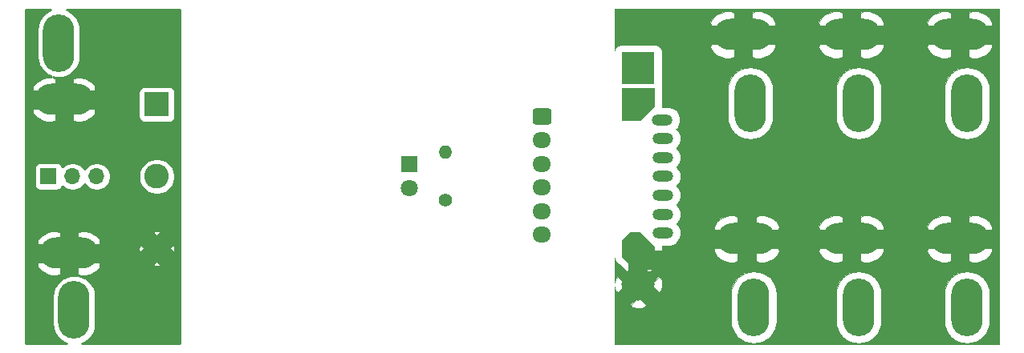
<source format=gbr>
%TF.GenerationSoftware,KiCad,Pcbnew,(5.1.9)-1*%
%TF.CreationDate,2021-04-12T23:16:35+02:00*%
%TF.ProjectId,v1_BMR480,76315f42-4d52-4343-9830-2e6b69636164,rev?*%
%TF.SameCoordinates,Original*%
%TF.FileFunction,Copper,L2,Bot*%
%TF.FilePolarity,Positive*%
%FSLAX46Y46*%
G04 Gerber Fmt 4.6, Leading zero omitted, Abs format (unit mm)*
G04 Created by KiCad (PCBNEW (5.1.9)-1) date 2021-04-12 23:16:35*
%MOMM*%
%LPD*%
G01*
G04 APERTURE LIST*
%TA.AperFunction,ComponentPad*%
%ADD10C,0.100000*%
%TD*%
%TA.AperFunction,ComponentPad*%
%ADD11O,2.200000X1.200000*%
%TD*%
%TA.AperFunction,ComponentPad*%
%ADD12C,3.500001*%
%TD*%
%TA.AperFunction,ComponentPad*%
%ADD13R,3.500000X3.500000*%
%TD*%
%TA.AperFunction,ComponentPad*%
%ADD14R,2.600000X2.600000*%
%TD*%
%TA.AperFunction,ComponentPad*%
%ADD15C,2.600000*%
%TD*%
%TA.AperFunction,ComponentPad*%
%ADD16O,1.400000X1.400000*%
%TD*%
%TA.AperFunction,ComponentPad*%
%ADD17C,1.400000*%
%TD*%
%TA.AperFunction,ComponentPad*%
%ADD18O,1.700000X1.700000*%
%TD*%
%TA.AperFunction,ComponentPad*%
%ADD19R,1.700000X1.700000*%
%TD*%
%TA.AperFunction,ComponentPad*%
%ADD20O,6.096000X3.302000*%
%TD*%
%TA.AperFunction,ComponentPad*%
%ADD21O,3.302000X6.096000*%
%TD*%
%TA.AperFunction,ComponentPad*%
%ADD22O,1.950000X1.700000*%
%TD*%
%TA.AperFunction,ComponentPad*%
%ADD23C,1.800000*%
%TD*%
%TA.AperFunction,ComponentPad*%
%ADD24R,1.800000X1.800000*%
%TD*%
%TA.AperFunction,Conductor*%
%ADD25C,2.000000*%
%TD*%
%TA.AperFunction,Conductor*%
%ADD26C,0.100000*%
%TD*%
%TA.AperFunction,Conductor*%
%ADD27C,0.254000*%
%TD*%
G04 APERTURE END LIST*
%TA.AperFunction,ComponentPad*%
D10*
%TO.P,PS1,5*%
%TO.N,-VOUT*%
G36*
X143760000Y-57630000D02*
G01*
X141760000Y-57630000D01*
X141760000Y-54130000D01*
X145260000Y-54130000D01*
X145260000Y-56130000D01*
X143760000Y-57630000D01*
G37*
%TD.AperFunction*%
D11*
%TO.P,PS1,15*%
%TO.N,SA0*%
X146110000Y-69500000D03*
%TO.P,PS1,14*%
%TO.N,SA1*%
X146110000Y-67500000D03*
%TO.P,PS1,13*%
%TO.N,Net-(J3-Pad5)*%
X146110000Y-65500000D03*
%TO.P,PS1,12*%
%TO.N,Net-(J3-Pad4)*%
X146110000Y-63500000D03*
%TO.P,PS1,11*%
%TO.N,Net-(J3-Pad3)*%
X146110000Y-61500000D03*
%TO.P,PS1,10*%
%TO.N,Net-(J3-Pad2)*%
X146110000Y-59500000D03*
%TO.P,PS1,9*%
%TO.N,Net-(J3-Pad1)*%
X146050000Y-57500000D03*
D12*
%TO.P,PS1,8*%
%TO.N,+VOUT*%
X143510000Y-74930000D03*
D13*
%TO.P,PS1,4*%
%TO.N,-VOUT*%
X143510000Y-52070000D03*
%TA.AperFunction,ComponentPad*%
D10*
%TO.P,PS1,7*%
%TO.N,+VOUT*%
G36*
X145260000Y-70870000D02*
G01*
X145260000Y-71995000D01*
X144385000Y-72870000D01*
X142635000Y-72870000D01*
X141760000Y-71995000D01*
X141760000Y-70245000D01*
X142635000Y-69370000D01*
X143760000Y-69370000D01*
X145260000Y-70870000D01*
G37*
%TD.AperFunction*%
D14*
%TO.P,PS1,3*%
%TO.N,-VIN*%
X92710000Y-55880000D03*
D15*
%TO.P,PS1,2*%
%TO.N,ONOFF_INV*%
X92710000Y-63500000D03*
%TO.P,PS1,1*%
%TO.N,+VIN*%
X92710000Y-71120000D03*
%TD*%
D16*
%TO.P,R1,2*%
%TO.N,Net-(D1-Pad2)*%
X123190000Y-60960000D03*
D17*
%TO.P,R1,1*%
%TO.N,+VOUT*%
X123190000Y-66040000D03*
%TD*%
D18*
%TO.P,J10,3*%
%TO.N,N/C*%
X86360000Y-63500000D03*
%TO.P,J10,2*%
%TO.N,ONOFF_INV*%
X83820000Y-63500000D03*
D19*
%TO.P,J10,1*%
%TO.N,-VIN*%
X81280000Y-63500000D03*
%TD*%
D20*
%TO.P,J9,2*%
%TO.N,+VOUT*%
X177419000Y-70104000D03*
D21*
%TO.P,J9,1*%
%TO.N,-VOUT*%
X178181000Y-77343000D03*
%TD*%
D20*
%TO.P,J8,2*%
%TO.N,+VOUT*%
X177419000Y-48514000D03*
D21*
%TO.P,J8,1*%
%TO.N,-VOUT*%
X178181000Y-55753000D03*
%TD*%
D20*
%TO.P,J7,2*%
%TO.N,+VOUT*%
X154940000Y-70104000D03*
D21*
%TO.P,J7,1*%
%TO.N,-VOUT*%
X155702000Y-77343000D03*
%TD*%
D20*
%TO.P,J6,2*%
%TO.N,+VOUT*%
X165989000Y-48514000D03*
D21*
%TO.P,J6,1*%
%TO.N,-VOUT*%
X166751000Y-55753000D03*
%TD*%
D20*
%TO.P,J5,2*%
%TO.N,+VOUT*%
X154559000Y-48514000D03*
D21*
%TO.P,J5,1*%
%TO.N,-VOUT*%
X155321000Y-55753000D03*
%TD*%
D20*
%TO.P,J4,2*%
%TO.N,+VOUT*%
X165989000Y-70104000D03*
D21*
%TO.P,J4,1*%
%TO.N,-VOUT*%
X166751000Y-77343000D03*
%TD*%
D22*
%TO.P,J3,6*%
%TO.N,SA1*%
X133350000Y-69650000D03*
%TO.P,J3,5*%
%TO.N,Net-(J3-Pad5)*%
X133350000Y-67150000D03*
%TO.P,J3,4*%
%TO.N,Net-(J3-Pad4)*%
X133350000Y-64650000D03*
%TO.P,J3,3*%
%TO.N,Net-(J3-Pad3)*%
X133350000Y-62150000D03*
%TO.P,J3,2*%
%TO.N,Net-(J3-Pad2)*%
X133350000Y-59650000D03*
%TO.P,J3,1*%
%TO.N,Net-(J3-Pad1)*%
%TA.AperFunction,ComponentPad*%
G36*
G01*
X132625000Y-56300000D02*
X134075000Y-56300000D01*
G75*
G02*
X134325000Y-56550000I0J-250000D01*
G01*
X134325000Y-57750000D01*
G75*
G02*
X134075000Y-58000000I-250000J0D01*
G01*
X132625000Y-58000000D01*
G75*
G02*
X132375000Y-57750000I0J250000D01*
G01*
X132375000Y-56550000D01*
G75*
G02*
X132625000Y-56300000I250000J0D01*
G01*
G37*
%TD.AperFunction*%
%TD*%
D21*
%TO.P,J2,1*%
%TO.N,-VIN*%
X83998000Y-77622000D03*
D20*
%TO.P,J2,2*%
%TO.N,+VIN*%
X83439000Y-71628000D03*
%TD*%
D21*
%TO.P,J1,1*%
%TO.N,-VIN*%
X82372000Y-49378000D03*
D20*
%TO.P,J1,2*%
%TO.N,+VIN*%
X82931000Y-55372000D03*
%TD*%
D23*
%TO.P,D1,2*%
%TO.N,Net-(D1-Pad2)*%
X119380000Y-64770000D03*
D24*
%TO.P,D1,1*%
%TO.N,-VOUT*%
X119380000Y-62230000D03*
%TD*%
D25*
%TO.N,+VOUT*%
X143510000Y-71120000D02*
X143510000Y-74930000D01*
X143510000Y-71120000D02*
X144780000Y-72390000D01*
X144780000Y-72390000D02*
X147320000Y-72390000D01*
%TD*%
D26*
%TO.N,+VOUT*%
X181560000Y-81230000D02*
X141020000Y-81230000D01*
X141020000Y-77101959D01*
X142681544Y-77101959D01*
X142911649Y-77369796D01*
X143399127Y-77439648D01*
X143890865Y-77413056D01*
X144108351Y-77369796D01*
X144338456Y-77101959D01*
X143510000Y-76273503D01*
X142681544Y-77101959D01*
X141020000Y-77101959D01*
X141020000Y-75828052D01*
X153301000Y-75828052D01*
X153301000Y-78857949D01*
X153335741Y-79210678D01*
X153473033Y-79663269D01*
X153695983Y-80080378D01*
X153996023Y-80445978D01*
X154361623Y-80746018D01*
X154778732Y-80968967D01*
X155231323Y-81106259D01*
X155702000Y-81152617D01*
X156172678Y-81106259D01*
X156625269Y-80968967D01*
X157042378Y-80746018D01*
X157407978Y-80445978D01*
X157708018Y-80080378D01*
X157930967Y-79663269D01*
X158068259Y-79210678D01*
X158103000Y-78857949D01*
X158103000Y-75828052D01*
X164350000Y-75828052D01*
X164350000Y-78857949D01*
X164384741Y-79210678D01*
X164522033Y-79663269D01*
X164744983Y-80080378D01*
X165045023Y-80445978D01*
X165410623Y-80746018D01*
X165827732Y-80968967D01*
X166280323Y-81106259D01*
X166751000Y-81152617D01*
X167221678Y-81106259D01*
X167674269Y-80968967D01*
X168091378Y-80746018D01*
X168456978Y-80445978D01*
X168757018Y-80080378D01*
X168979967Y-79663269D01*
X169117259Y-79210678D01*
X169152000Y-78857949D01*
X169152000Y-75828052D01*
X175780000Y-75828052D01*
X175780000Y-78857949D01*
X175814741Y-79210678D01*
X175952033Y-79663269D01*
X176174983Y-80080378D01*
X176475023Y-80445978D01*
X176840623Y-80746018D01*
X177257732Y-80968967D01*
X177710323Y-81106259D01*
X178181000Y-81152617D01*
X178651678Y-81106259D01*
X179104269Y-80968967D01*
X179521378Y-80746018D01*
X179886978Y-80445978D01*
X180187018Y-80080378D01*
X180409967Y-79663269D01*
X180547259Y-79210678D01*
X180582000Y-78857949D01*
X180582000Y-75828051D01*
X180547259Y-75475322D01*
X180409967Y-75022731D01*
X180187018Y-74605622D01*
X179886978Y-74240022D01*
X179521377Y-73939982D01*
X179104268Y-73717033D01*
X178651677Y-73579741D01*
X178181000Y-73533383D01*
X177710322Y-73579741D01*
X177257731Y-73717033D01*
X176840622Y-73939982D01*
X176475022Y-74240022D01*
X176174982Y-74605623D01*
X175952033Y-75022732D01*
X175814741Y-75475323D01*
X175780000Y-75828052D01*
X169152000Y-75828052D01*
X169152000Y-75828051D01*
X169117259Y-75475322D01*
X168979967Y-75022731D01*
X168757018Y-74605622D01*
X168456978Y-74240022D01*
X168091377Y-73939982D01*
X167674268Y-73717033D01*
X167221677Y-73579741D01*
X166751000Y-73533383D01*
X166280322Y-73579741D01*
X165827731Y-73717033D01*
X165410622Y-73939982D01*
X165045022Y-74240022D01*
X164744982Y-74605623D01*
X164522033Y-75022732D01*
X164384741Y-75475323D01*
X164350000Y-75828052D01*
X158103000Y-75828052D01*
X158103000Y-75828051D01*
X158068259Y-75475322D01*
X157930967Y-75022731D01*
X157708018Y-74605622D01*
X157407978Y-74240022D01*
X157042377Y-73939982D01*
X156625268Y-73717033D01*
X156172677Y-73579741D01*
X155702000Y-73533383D01*
X155231322Y-73579741D01*
X154778731Y-73717033D01*
X154361622Y-73939982D01*
X153996022Y-74240022D01*
X153695982Y-74605623D01*
X153473033Y-75022732D01*
X153335741Y-75475323D01*
X153301000Y-75828052D01*
X141020000Y-75828052D01*
X141020000Y-75182457D01*
X141026944Y-75310865D01*
X141070204Y-75528351D01*
X141338041Y-75758456D01*
X142166497Y-74930000D01*
X144853503Y-74930000D01*
X145681959Y-75758456D01*
X145949796Y-75528351D01*
X146019648Y-75040873D01*
X145993056Y-74549135D01*
X145949796Y-74331649D01*
X145681959Y-74101544D01*
X144853503Y-74930000D01*
X142166497Y-74930000D01*
X141338041Y-74101544D01*
X141070204Y-74331649D01*
X141020000Y-74682009D01*
X141020000Y-72133376D01*
X141020852Y-72142026D01*
X141063738Y-72283401D01*
X141133380Y-72413694D01*
X141227104Y-72527896D01*
X142102104Y-73402896D01*
X142216306Y-73496620D01*
X142346599Y-73566262D01*
X142487974Y-73609148D01*
X142635000Y-73623629D01*
X144385000Y-73623629D01*
X144532026Y-73609148D01*
X144673401Y-73566262D01*
X144803694Y-73496620D01*
X144917896Y-73402896D01*
X145792896Y-72527896D01*
X145886620Y-72413694D01*
X145956262Y-72283401D01*
X145999148Y-72142026D01*
X146013629Y-71995000D01*
X146013629Y-71387252D01*
X151513698Y-71387252D01*
X151793026Y-71927953D01*
X152182487Y-72234309D01*
X152624232Y-72458799D01*
X153101284Y-72592795D01*
X153595311Y-72631148D01*
X153990000Y-72404351D01*
X153990000Y-71054000D01*
X155890000Y-71054000D01*
X155890000Y-72404351D01*
X156284689Y-72631148D01*
X156778716Y-72592795D01*
X157255768Y-72458799D01*
X157697513Y-72234309D01*
X158086974Y-71927953D01*
X158366302Y-71387252D01*
X162562698Y-71387252D01*
X162842026Y-71927953D01*
X163231487Y-72234309D01*
X163673232Y-72458799D01*
X164150284Y-72592795D01*
X164644311Y-72631148D01*
X165039000Y-72404351D01*
X165039000Y-71054000D01*
X166939000Y-71054000D01*
X166939000Y-72404351D01*
X167333689Y-72631148D01*
X167827716Y-72592795D01*
X168304768Y-72458799D01*
X168746513Y-72234309D01*
X169135974Y-71927953D01*
X169415302Y-71387252D01*
X173992698Y-71387252D01*
X174272026Y-71927953D01*
X174661487Y-72234309D01*
X175103232Y-72458799D01*
X175580284Y-72592795D01*
X176074311Y-72631148D01*
X176469000Y-72404351D01*
X176469000Y-71054000D01*
X178369000Y-71054000D01*
X178369000Y-72404351D01*
X178763689Y-72631148D01*
X179257716Y-72592795D01*
X179734768Y-72458799D01*
X180176513Y-72234309D01*
X180565974Y-71927953D01*
X180845302Y-71387252D01*
X180815270Y-71054000D01*
X178369000Y-71054000D01*
X176469000Y-71054000D01*
X174022730Y-71054000D01*
X173992698Y-71387252D01*
X169415302Y-71387252D01*
X169385270Y-71054000D01*
X166939000Y-71054000D01*
X165039000Y-71054000D01*
X162592730Y-71054000D01*
X162562698Y-71387252D01*
X158366302Y-71387252D01*
X158336270Y-71054000D01*
X155890000Y-71054000D01*
X153990000Y-71054000D01*
X151543730Y-71054000D01*
X151513698Y-71387252D01*
X146013629Y-71387252D01*
X146013629Y-70870000D01*
X146011659Y-70850000D01*
X146676321Y-70850000D01*
X146874646Y-70830467D01*
X147129122Y-70753272D01*
X147363649Y-70627915D01*
X147569213Y-70459213D01*
X147737915Y-70253649D01*
X147863272Y-70019122D01*
X147940467Y-69764646D01*
X147966532Y-69500000D01*
X147940467Y-69235354D01*
X147863272Y-68980878D01*
X147777681Y-68820748D01*
X151513698Y-68820748D01*
X151543730Y-69154000D01*
X153990000Y-69154000D01*
X153990000Y-67803649D01*
X155890000Y-67803649D01*
X155890000Y-69154000D01*
X158336270Y-69154000D01*
X158366302Y-68820748D01*
X162562698Y-68820748D01*
X162592730Y-69154000D01*
X165039000Y-69154000D01*
X165039000Y-67803649D01*
X166939000Y-67803649D01*
X166939000Y-69154000D01*
X169385270Y-69154000D01*
X169415302Y-68820748D01*
X173992698Y-68820748D01*
X174022730Y-69154000D01*
X176469000Y-69154000D01*
X176469000Y-67803649D01*
X178369000Y-67803649D01*
X178369000Y-69154000D01*
X180815270Y-69154000D01*
X180845302Y-68820748D01*
X180565974Y-68280047D01*
X180176513Y-67973691D01*
X179734768Y-67749201D01*
X179257716Y-67615205D01*
X178763689Y-67576852D01*
X178369000Y-67803649D01*
X176469000Y-67803649D01*
X176074311Y-67576852D01*
X175580284Y-67615205D01*
X175103232Y-67749201D01*
X174661487Y-67973691D01*
X174272026Y-68280047D01*
X173992698Y-68820748D01*
X169415302Y-68820748D01*
X169135974Y-68280047D01*
X168746513Y-67973691D01*
X168304768Y-67749201D01*
X167827716Y-67615205D01*
X167333689Y-67576852D01*
X166939000Y-67803649D01*
X165039000Y-67803649D01*
X164644311Y-67576852D01*
X164150284Y-67615205D01*
X163673232Y-67749201D01*
X163231487Y-67973691D01*
X162842026Y-68280047D01*
X162562698Y-68820748D01*
X158366302Y-68820748D01*
X158086974Y-68280047D01*
X157697513Y-67973691D01*
X157255768Y-67749201D01*
X156778716Y-67615205D01*
X156284689Y-67576852D01*
X155890000Y-67803649D01*
X153990000Y-67803649D01*
X153595311Y-67576852D01*
X153101284Y-67615205D01*
X152624232Y-67749201D01*
X152182487Y-67973691D01*
X151793026Y-68280047D01*
X151513698Y-68820748D01*
X147777681Y-68820748D01*
X147737915Y-68746351D01*
X147569213Y-68540787D01*
X147519514Y-68500000D01*
X147569213Y-68459213D01*
X147737915Y-68253649D01*
X147863272Y-68019122D01*
X147940467Y-67764646D01*
X147966532Y-67500000D01*
X147940467Y-67235354D01*
X147863272Y-66980878D01*
X147737915Y-66746351D01*
X147569213Y-66540787D01*
X147519514Y-66500000D01*
X147569213Y-66459213D01*
X147737915Y-66253649D01*
X147863272Y-66019122D01*
X147940467Y-65764646D01*
X147966532Y-65500000D01*
X147940467Y-65235354D01*
X147863272Y-64980878D01*
X147737915Y-64746351D01*
X147569213Y-64540787D01*
X147519514Y-64500000D01*
X147569213Y-64459213D01*
X147737915Y-64253649D01*
X147863272Y-64019122D01*
X147940467Y-63764646D01*
X147966532Y-63500000D01*
X147940467Y-63235354D01*
X147863272Y-62980878D01*
X147737915Y-62746351D01*
X147569213Y-62540787D01*
X147519514Y-62500000D01*
X147569213Y-62459213D01*
X147737915Y-62253649D01*
X147863272Y-62019122D01*
X147940467Y-61764646D01*
X147966532Y-61500000D01*
X147940467Y-61235354D01*
X147863272Y-60980878D01*
X147737915Y-60746351D01*
X147569213Y-60540787D01*
X147519514Y-60500000D01*
X147569213Y-60459213D01*
X147737915Y-60253649D01*
X147863272Y-60019122D01*
X147940467Y-59764646D01*
X147966532Y-59500000D01*
X147940467Y-59235354D01*
X147863272Y-58980878D01*
X147737915Y-58746351D01*
X147569213Y-58540787D01*
X147489514Y-58475380D01*
X147509213Y-58459213D01*
X147677915Y-58253649D01*
X147803272Y-58019122D01*
X147880467Y-57764646D01*
X147906532Y-57500000D01*
X147880467Y-57235354D01*
X147803272Y-56980878D01*
X147677915Y-56746351D01*
X147509213Y-56540787D01*
X147303649Y-56372085D01*
X147069122Y-56246728D01*
X146814646Y-56169533D01*
X146616321Y-56150000D01*
X146011659Y-56150000D01*
X146013629Y-56130000D01*
X146013629Y-54238052D01*
X152920000Y-54238052D01*
X152920000Y-57267949D01*
X152954741Y-57620678D01*
X153092033Y-58073269D01*
X153314983Y-58490378D01*
X153615023Y-58855978D01*
X153980623Y-59156018D01*
X154397732Y-59378967D01*
X154850323Y-59516259D01*
X155321000Y-59562617D01*
X155791678Y-59516259D01*
X156244269Y-59378967D01*
X156661378Y-59156018D01*
X157026978Y-58855978D01*
X157327018Y-58490378D01*
X157549967Y-58073269D01*
X157687259Y-57620678D01*
X157722000Y-57267949D01*
X157722000Y-54238052D01*
X164350000Y-54238052D01*
X164350000Y-57267949D01*
X164384741Y-57620678D01*
X164522033Y-58073269D01*
X164744983Y-58490378D01*
X165045023Y-58855978D01*
X165410623Y-59156018D01*
X165827732Y-59378967D01*
X166280323Y-59516259D01*
X166751000Y-59562617D01*
X167221678Y-59516259D01*
X167674269Y-59378967D01*
X168091378Y-59156018D01*
X168456978Y-58855978D01*
X168757018Y-58490378D01*
X168979967Y-58073269D01*
X169117259Y-57620678D01*
X169152000Y-57267949D01*
X169152000Y-54238052D01*
X175780000Y-54238052D01*
X175780000Y-57267949D01*
X175814741Y-57620678D01*
X175952033Y-58073269D01*
X176174983Y-58490378D01*
X176475023Y-58855978D01*
X176840623Y-59156018D01*
X177257732Y-59378967D01*
X177710323Y-59516259D01*
X178181000Y-59562617D01*
X178651678Y-59516259D01*
X179104269Y-59378967D01*
X179521378Y-59156018D01*
X179886978Y-58855978D01*
X180187018Y-58490378D01*
X180409967Y-58073269D01*
X180547259Y-57620678D01*
X180582000Y-57267949D01*
X180582000Y-54238051D01*
X180547259Y-53885322D01*
X180409967Y-53432731D01*
X180187018Y-53015622D01*
X179886978Y-52650022D01*
X179521377Y-52349982D01*
X179104268Y-52127033D01*
X178651677Y-51989741D01*
X178181000Y-51943383D01*
X177710322Y-51989741D01*
X177257731Y-52127033D01*
X176840622Y-52349982D01*
X176475022Y-52650022D01*
X176174982Y-53015623D01*
X175952033Y-53432732D01*
X175814741Y-53885323D01*
X175780000Y-54238052D01*
X169152000Y-54238052D01*
X169152000Y-54238051D01*
X169117259Y-53885322D01*
X168979967Y-53432731D01*
X168757018Y-53015622D01*
X168456978Y-52650022D01*
X168091377Y-52349982D01*
X167674268Y-52127033D01*
X167221677Y-51989741D01*
X166751000Y-51943383D01*
X166280322Y-51989741D01*
X165827731Y-52127033D01*
X165410622Y-52349982D01*
X165045022Y-52650022D01*
X164744982Y-53015623D01*
X164522033Y-53432732D01*
X164384741Y-53885323D01*
X164350000Y-54238052D01*
X157722000Y-54238052D01*
X157722000Y-54238051D01*
X157687259Y-53885322D01*
X157549967Y-53432731D01*
X157327018Y-53015622D01*
X157026978Y-52650022D01*
X156661377Y-52349982D01*
X156244268Y-52127033D01*
X155791677Y-51989741D01*
X155321000Y-51943383D01*
X154850322Y-51989741D01*
X154397731Y-52127033D01*
X153980622Y-52349982D01*
X153615022Y-52650022D01*
X153314982Y-53015623D01*
X153092033Y-53432732D01*
X152954741Y-53885323D01*
X152920000Y-54238052D01*
X146013629Y-54238052D01*
X146013629Y-54130000D01*
X145999148Y-53982974D01*
X145996729Y-53974998D01*
X145999147Y-53967026D01*
X146013628Y-53820000D01*
X146013628Y-50320000D01*
X145999147Y-50172974D01*
X145956261Y-50031599D01*
X145886619Y-49901307D01*
X145801223Y-49797252D01*
X151132698Y-49797252D01*
X151412026Y-50337953D01*
X151801487Y-50644309D01*
X152243232Y-50868799D01*
X152720284Y-51002795D01*
X153214311Y-51041148D01*
X153609000Y-50814351D01*
X153609000Y-49464000D01*
X155509000Y-49464000D01*
X155509000Y-50814351D01*
X155903689Y-51041148D01*
X156397716Y-51002795D01*
X156874768Y-50868799D01*
X157316513Y-50644309D01*
X157705974Y-50337953D01*
X157985302Y-49797252D01*
X162562698Y-49797252D01*
X162842026Y-50337953D01*
X163231487Y-50644309D01*
X163673232Y-50868799D01*
X164150284Y-51002795D01*
X164644311Y-51041148D01*
X165039000Y-50814351D01*
X165039000Y-49464000D01*
X166939000Y-49464000D01*
X166939000Y-50814351D01*
X167333689Y-51041148D01*
X167827716Y-51002795D01*
X168304768Y-50868799D01*
X168746513Y-50644309D01*
X169135974Y-50337953D01*
X169415302Y-49797252D01*
X173992698Y-49797252D01*
X174272026Y-50337953D01*
X174661487Y-50644309D01*
X175103232Y-50868799D01*
X175580284Y-51002795D01*
X176074311Y-51041148D01*
X176469000Y-50814351D01*
X176469000Y-49464000D01*
X178369000Y-49464000D01*
X178369000Y-50814351D01*
X178763689Y-51041148D01*
X179257716Y-51002795D01*
X179734768Y-50868799D01*
X180176513Y-50644309D01*
X180565974Y-50337953D01*
X180845302Y-49797252D01*
X180815270Y-49464000D01*
X178369000Y-49464000D01*
X176469000Y-49464000D01*
X174022730Y-49464000D01*
X173992698Y-49797252D01*
X169415302Y-49797252D01*
X169385270Y-49464000D01*
X166939000Y-49464000D01*
X165039000Y-49464000D01*
X162592730Y-49464000D01*
X162562698Y-49797252D01*
X157985302Y-49797252D01*
X157955270Y-49464000D01*
X155509000Y-49464000D01*
X153609000Y-49464000D01*
X151162730Y-49464000D01*
X151132698Y-49797252D01*
X145801223Y-49797252D01*
X145792895Y-49787105D01*
X145678693Y-49693381D01*
X145548401Y-49623739D01*
X145407026Y-49580853D01*
X145260000Y-49566372D01*
X141760000Y-49566372D01*
X141612974Y-49580853D01*
X141471599Y-49623739D01*
X141341307Y-49693381D01*
X141227105Y-49787105D01*
X141133381Y-49901307D01*
X141063739Y-50031599D01*
X141020853Y-50172974D01*
X141020000Y-50181635D01*
X141020000Y-47230748D01*
X151132698Y-47230748D01*
X151162730Y-47564000D01*
X153609000Y-47564000D01*
X153609000Y-46213649D01*
X155509000Y-46213649D01*
X155509000Y-47564000D01*
X157955270Y-47564000D01*
X157985302Y-47230748D01*
X162562698Y-47230748D01*
X162592730Y-47564000D01*
X165039000Y-47564000D01*
X165039000Y-46213649D01*
X166939000Y-46213649D01*
X166939000Y-47564000D01*
X169385270Y-47564000D01*
X169415302Y-47230748D01*
X173992698Y-47230748D01*
X174022730Y-47564000D01*
X176469000Y-47564000D01*
X176469000Y-46213649D01*
X178369000Y-46213649D01*
X178369000Y-47564000D01*
X180815270Y-47564000D01*
X180845302Y-47230748D01*
X180565974Y-46690047D01*
X180176513Y-46383691D01*
X179734768Y-46159201D01*
X179257716Y-46025205D01*
X178763689Y-45986852D01*
X178369000Y-46213649D01*
X176469000Y-46213649D01*
X176074311Y-45986852D01*
X175580284Y-46025205D01*
X175103232Y-46159201D01*
X174661487Y-46383691D01*
X174272026Y-46690047D01*
X173992698Y-47230748D01*
X169415302Y-47230748D01*
X169135974Y-46690047D01*
X168746513Y-46383691D01*
X168304768Y-46159201D01*
X167827716Y-46025205D01*
X167333689Y-45986852D01*
X166939000Y-46213649D01*
X165039000Y-46213649D01*
X164644311Y-45986852D01*
X164150284Y-46025205D01*
X163673232Y-46159201D01*
X163231487Y-46383691D01*
X162842026Y-46690047D01*
X162562698Y-47230748D01*
X157985302Y-47230748D01*
X157705974Y-46690047D01*
X157316513Y-46383691D01*
X156874768Y-46159201D01*
X156397716Y-46025205D01*
X155903689Y-45986852D01*
X155509000Y-46213649D01*
X153609000Y-46213649D01*
X153214311Y-45986852D01*
X152720284Y-46025205D01*
X152243232Y-46159201D01*
X151801487Y-46383691D01*
X151412026Y-46690047D01*
X151132698Y-47230748D01*
X141020000Y-47230748D01*
X141020000Y-45770000D01*
X181560000Y-45770000D01*
X181560000Y-81230000D01*
%TA.AperFunction,Conductor*%
G36*
X181560000Y-81230000D02*
G01*
X141020000Y-81230000D01*
X141020000Y-77101959D01*
X142681544Y-77101959D01*
X142911649Y-77369796D01*
X143399127Y-77439648D01*
X143890865Y-77413056D01*
X144108351Y-77369796D01*
X144338456Y-77101959D01*
X143510000Y-76273503D01*
X142681544Y-77101959D01*
X141020000Y-77101959D01*
X141020000Y-75828052D01*
X153301000Y-75828052D01*
X153301000Y-78857949D01*
X153335741Y-79210678D01*
X153473033Y-79663269D01*
X153695983Y-80080378D01*
X153996023Y-80445978D01*
X154361623Y-80746018D01*
X154778732Y-80968967D01*
X155231323Y-81106259D01*
X155702000Y-81152617D01*
X156172678Y-81106259D01*
X156625269Y-80968967D01*
X157042378Y-80746018D01*
X157407978Y-80445978D01*
X157708018Y-80080378D01*
X157930967Y-79663269D01*
X158068259Y-79210678D01*
X158103000Y-78857949D01*
X158103000Y-75828052D01*
X164350000Y-75828052D01*
X164350000Y-78857949D01*
X164384741Y-79210678D01*
X164522033Y-79663269D01*
X164744983Y-80080378D01*
X165045023Y-80445978D01*
X165410623Y-80746018D01*
X165827732Y-80968967D01*
X166280323Y-81106259D01*
X166751000Y-81152617D01*
X167221678Y-81106259D01*
X167674269Y-80968967D01*
X168091378Y-80746018D01*
X168456978Y-80445978D01*
X168757018Y-80080378D01*
X168979967Y-79663269D01*
X169117259Y-79210678D01*
X169152000Y-78857949D01*
X169152000Y-75828052D01*
X175780000Y-75828052D01*
X175780000Y-78857949D01*
X175814741Y-79210678D01*
X175952033Y-79663269D01*
X176174983Y-80080378D01*
X176475023Y-80445978D01*
X176840623Y-80746018D01*
X177257732Y-80968967D01*
X177710323Y-81106259D01*
X178181000Y-81152617D01*
X178651678Y-81106259D01*
X179104269Y-80968967D01*
X179521378Y-80746018D01*
X179886978Y-80445978D01*
X180187018Y-80080378D01*
X180409967Y-79663269D01*
X180547259Y-79210678D01*
X180582000Y-78857949D01*
X180582000Y-75828051D01*
X180547259Y-75475322D01*
X180409967Y-75022731D01*
X180187018Y-74605622D01*
X179886978Y-74240022D01*
X179521377Y-73939982D01*
X179104268Y-73717033D01*
X178651677Y-73579741D01*
X178181000Y-73533383D01*
X177710322Y-73579741D01*
X177257731Y-73717033D01*
X176840622Y-73939982D01*
X176475022Y-74240022D01*
X176174982Y-74605623D01*
X175952033Y-75022732D01*
X175814741Y-75475323D01*
X175780000Y-75828052D01*
X169152000Y-75828052D01*
X169152000Y-75828051D01*
X169117259Y-75475322D01*
X168979967Y-75022731D01*
X168757018Y-74605622D01*
X168456978Y-74240022D01*
X168091377Y-73939982D01*
X167674268Y-73717033D01*
X167221677Y-73579741D01*
X166751000Y-73533383D01*
X166280322Y-73579741D01*
X165827731Y-73717033D01*
X165410622Y-73939982D01*
X165045022Y-74240022D01*
X164744982Y-74605623D01*
X164522033Y-75022732D01*
X164384741Y-75475323D01*
X164350000Y-75828052D01*
X158103000Y-75828052D01*
X158103000Y-75828051D01*
X158068259Y-75475322D01*
X157930967Y-75022731D01*
X157708018Y-74605622D01*
X157407978Y-74240022D01*
X157042377Y-73939982D01*
X156625268Y-73717033D01*
X156172677Y-73579741D01*
X155702000Y-73533383D01*
X155231322Y-73579741D01*
X154778731Y-73717033D01*
X154361622Y-73939982D01*
X153996022Y-74240022D01*
X153695982Y-74605623D01*
X153473033Y-75022732D01*
X153335741Y-75475323D01*
X153301000Y-75828052D01*
X141020000Y-75828052D01*
X141020000Y-75182457D01*
X141026944Y-75310865D01*
X141070204Y-75528351D01*
X141338041Y-75758456D01*
X142166497Y-74930000D01*
X144853503Y-74930000D01*
X145681959Y-75758456D01*
X145949796Y-75528351D01*
X146019648Y-75040873D01*
X145993056Y-74549135D01*
X145949796Y-74331649D01*
X145681959Y-74101544D01*
X144853503Y-74930000D01*
X142166497Y-74930000D01*
X141338041Y-74101544D01*
X141070204Y-74331649D01*
X141020000Y-74682009D01*
X141020000Y-72133376D01*
X141020852Y-72142026D01*
X141063738Y-72283401D01*
X141133380Y-72413694D01*
X141227104Y-72527896D01*
X142102104Y-73402896D01*
X142216306Y-73496620D01*
X142346599Y-73566262D01*
X142487974Y-73609148D01*
X142635000Y-73623629D01*
X144385000Y-73623629D01*
X144532026Y-73609148D01*
X144673401Y-73566262D01*
X144803694Y-73496620D01*
X144917896Y-73402896D01*
X145792896Y-72527896D01*
X145886620Y-72413694D01*
X145956262Y-72283401D01*
X145999148Y-72142026D01*
X146013629Y-71995000D01*
X146013629Y-71387252D01*
X151513698Y-71387252D01*
X151793026Y-71927953D01*
X152182487Y-72234309D01*
X152624232Y-72458799D01*
X153101284Y-72592795D01*
X153595311Y-72631148D01*
X153990000Y-72404351D01*
X153990000Y-71054000D01*
X155890000Y-71054000D01*
X155890000Y-72404351D01*
X156284689Y-72631148D01*
X156778716Y-72592795D01*
X157255768Y-72458799D01*
X157697513Y-72234309D01*
X158086974Y-71927953D01*
X158366302Y-71387252D01*
X162562698Y-71387252D01*
X162842026Y-71927953D01*
X163231487Y-72234309D01*
X163673232Y-72458799D01*
X164150284Y-72592795D01*
X164644311Y-72631148D01*
X165039000Y-72404351D01*
X165039000Y-71054000D01*
X166939000Y-71054000D01*
X166939000Y-72404351D01*
X167333689Y-72631148D01*
X167827716Y-72592795D01*
X168304768Y-72458799D01*
X168746513Y-72234309D01*
X169135974Y-71927953D01*
X169415302Y-71387252D01*
X173992698Y-71387252D01*
X174272026Y-71927953D01*
X174661487Y-72234309D01*
X175103232Y-72458799D01*
X175580284Y-72592795D01*
X176074311Y-72631148D01*
X176469000Y-72404351D01*
X176469000Y-71054000D01*
X178369000Y-71054000D01*
X178369000Y-72404351D01*
X178763689Y-72631148D01*
X179257716Y-72592795D01*
X179734768Y-72458799D01*
X180176513Y-72234309D01*
X180565974Y-71927953D01*
X180845302Y-71387252D01*
X180815270Y-71054000D01*
X178369000Y-71054000D01*
X176469000Y-71054000D01*
X174022730Y-71054000D01*
X173992698Y-71387252D01*
X169415302Y-71387252D01*
X169385270Y-71054000D01*
X166939000Y-71054000D01*
X165039000Y-71054000D01*
X162592730Y-71054000D01*
X162562698Y-71387252D01*
X158366302Y-71387252D01*
X158336270Y-71054000D01*
X155890000Y-71054000D01*
X153990000Y-71054000D01*
X151543730Y-71054000D01*
X151513698Y-71387252D01*
X146013629Y-71387252D01*
X146013629Y-70870000D01*
X146011659Y-70850000D01*
X146676321Y-70850000D01*
X146874646Y-70830467D01*
X147129122Y-70753272D01*
X147363649Y-70627915D01*
X147569213Y-70459213D01*
X147737915Y-70253649D01*
X147863272Y-70019122D01*
X147940467Y-69764646D01*
X147966532Y-69500000D01*
X147940467Y-69235354D01*
X147863272Y-68980878D01*
X147777681Y-68820748D01*
X151513698Y-68820748D01*
X151543730Y-69154000D01*
X153990000Y-69154000D01*
X153990000Y-67803649D01*
X155890000Y-67803649D01*
X155890000Y-69154000D01*
X158336270Y-69154000D01*
X158366302Y-68820748D01*
X162562698Y-68820748D01*
X162592730Y-69154000D01*
X165039000Y-69154000D01*
X165039000Y-67803649D01*
X166939000Y-67803649D01*
X166939000Y-69154000D01*
X169385270Y-69154000D01*
X169415302Y-68820748D01*
X173992698Y-68820748D01*
X174022730Y-69154000D01*
X176469000Y-69154000D01*
X176469000Y-67803649D01*
X178369000Y-67803649D01*
X178369000Y-69154000D01*
X180815270Y-69154000D01*
X180845302Y-68820748D01*
X180565974Y-68280047D01*
X180176513Y-67973691D01*
X179734768Y-67749201D01*
X179257716Y-67615205D01*
X178763689Y-67576852D01*
X178369000Y-67803649D01*
X176469000Y-67803649D01*
X176074311Y-67576852D01*
X175580284Y-67615205D01*
X175103232Y-67749201D01*
X174661487Y-67973691D01*
X174272026Y-68280047D01*
X173992698Y-68820748D01*
X169415302Y-68820748D01*
X169135974Y-68280047D01*
X168746513Y-67973691D01*
X168304768Y-67749201D01*
X167827716Y-67615205D01*
X167333689Y-67576852D01*
X166939000Y-67803649D01*
X165039000Y-67803649D01*
X164644311Y-67576852D01*
X164150284Y-67615205D01*
X163673232Y-67749201D01*
X163231487Y-67973691D01*
X162842026Y-68280047D01*
X162562698Y-68820748D01*
X158366302Y-68820748D01*
X158086974Y-68280047D01*
X157697513Y-67973691D01*
X157255768Y-67749201D01*
X156778716Y-67615205D01*
X156284689Y-67576852D01*
X155890000Y-67803649D01*
X153990000Y-67803649D01*
X153595311Y-67576852D01*
X153101284Y-67615205D01*
X152624232Y-67749201D01*
X152182487Y-67973691D01*
X151793026Y-68280047D01*
X151513698Y-68820748D01*
X147777681Y-68820748D01*
X147737915Y-68746351D01*
X147569213Y-68540787D01*
X147519514Y-68500000D01*
X147569213Y-68459213D01*
X147737915Y-68253649D01*
X147863272Y-68019122D01*
X147940467Y-67764646D01*
X147966532Y-67500000D01*
X147940467Y-67235354D01*
X147863272Y-66980878D01*
X147737915Y-66746351D01*
X147569213Y-66540787D01*
X147519514Y-66500000D01*
X147569213Y-66459213D01*
X147737915Y-66253649D01*
X147863272Y-66019122D01*
X147940467Y-65764646D01*
X147966532Y-65500000D01*
X147940467Y-65235354D01*
X147863272Y-64980878D01*
X147737915Y-64746351D01*
X147569213Y-64540787D01*
X147519514Y-64500000D01*
X147569213Y-64459213D01*
X147737915Y-64253649D01*
X147863272Y-64019122D01*
X147940467Y-63764646D01*
X147966532Y-63500000D01*
X147940467Y-63235354D01*
X147863272Y-62980878D01*
X147737915Y-62746351D01*
X147569213Y-62540787D01*
X147519514Y-62500000D01*
X147569213Y-62459213D01*
X147737915Y-62253649D01*
X147863272Y-62019122D01*
X147940467Y-61764646D01*
X147966532Y-61500000D01*
X147940467Y-61235354D01*
X147863272Y-60980878D01*
X147737915Y-60746351D01*
X147569213Y-60540787D01*
X147519514Y-60500000D01*
X147569213Y-60459213D01*
X147737915Y-60253649D01*
X147863272Y-60019122D01*
X147940467Y-59764646D01*
X147966532Y-59500000D01*
X147940467Y-59235354D01*
X147863272Y-58980878D01*
X147737915Y-58746351D01*
X147569213Y-58540787D01*
X147489514Y-58475380D01*
X147509213Y-58459213D01*
X147677915Y-58253649D01*
X147803272Y-58019122D01*
X147880467Y-57764646D01*
X147906532Y-57500000D01*
X147880467Y-57235354D01*
X147803272Y-56980878D01*
X147677915Y-56746351D01*
X147509213Y-56540787D01*
X147303649Y-56372085D01*
X147069122Y-56246728D01*
X146814646Y-56169533D01*
X146616321Y-56150000D01*
X146011659Y-56150000D01*
X146013629Y-56130000D01*
X146013629Y-54238052D01*
X152920000Y-54238052D01*
X152920000Y-57267949D01*
X152954741Y-57620678D01*
X153092033Y-58073269D01*
X153314983Y-58490378D01*
X153615023Y-58855978D01*
X153980623Y-59156018D01*
X154397732Y-59378967D01*
X154850323Y-59516259D01*
X155321000Y-59562617D01*
X155791678Y-59516259D01*
X156244269Y-59378967D01*
X156661378Y-59156018D01*
X157026978Y-58855978D01*
X157327018Y-58490378D01*
X157549967Y-58073269D01*
X157687259Y-57620678D01*
X157722000Y-57267949D01*
X157722000Y-54238052D01*
X164350000Y-54238052D01*
X164350000Y-57267949D01*
X164384741Y-57620678D01*
X164522033Y-58073269D01*
X164744983Y-58490378D01*
X165045023Y-58855978D01*
X165410623Y-59156018D01*
X165827732Y-59378967D01*
X166280323Y-59516259D01*
X166751000Y-59562617D01*
X167221678Y-59516259D01*
X167674269Y-59378967D01*
X168091378Y-59156018D01*
X168456978Y-58855978D01*
X168757018Y-58490378D01*
X168979967Y-58073269D01*
X169117259Y-57620678D01*
X169152000Y-57267949D01*
X169152000Y-54238052D01*
X175780000Y-54238052D01*
X175780000Y-57267949D01*
X175814741Y-57620678D01*
X175952033Y-58073269D01*
X176174983Y-58490378D01*
X176475023Y-58855978D01*
X176840623Y-59156018D01*
X177257732Y-59378967D01*
X177710323Y-59516259D01*
X178181000Y-59562617D01*
X178651678Y-59516259D01*
X179104269Y-59378967D01*
X179521378Y-59156018D01*
X179886978Y-58855978D01*
X180187018Y-58490378D01*
X180409967Y-58073269D01*
X180547259Y-57620678D01*
X180582000Y-57267949D01*
X180582000Y-54238051D01*
X180547259Y-53885322D01*
X180409967Y-53432731D01*
X180187018Y-53015622D01*
X179886978Y-52650022D01*
X179521377Y-52349982D01*
X179104268Y-52127033D01*
X178651677Y-51989741D01*
X178181000Y-51943383D01*
X177710322Y-51989741D01*
X177257731Y-52127033D01*
X176840622Y-52349982D01*
X176475022Y-52650022D01*
X176174982Y-53015623D01*
X175952033Y-53432732D01*
X175814741Y-53885323D01*
X175780000Y-54238052D01*
X169152000Y-54238052D01*
X169152000Y-54238051D01*
X169117259Y-53885322D01*
X168979967Y-53432731D01*
X168757018Y-53015622D01*
X168456978Y-52650022D01*
X168091377Y-52349982D01*
X167674268Y-52127033D01*
X167221677Y-51989741D01*
X166751000Y-51943383D01*
X166280322Y-51989741D01*
X165827731Y-52127033D01*
X165410622Y-52349982D01*
X165045022Y-52650022D01*
X164744982Y-53015623D01*
X164522033Y-53432732D01*
X164384741Y-53885323D01*
X164350000Y-54238052D01*
X157722000Y-54238052D01*
X157722000Y-54238051D01*
X157687259Y-53885322D01*
X157549967Y-53432731D01*
X157327018Y-53015622D01*
X157026978Y-52650022D01*
X156661377Y-52349982D01*
X156244268Y-52127033D01*
X155791677Y-51989741D01*
X155321000Y-51943383D01*
X154850322Y-51989741D01*
X154397731Y-52127033D01*
X153980622Y-52349982D01*
X153615022Y-52650022D01*
X153314982Y-53015623D01*
X153092033Y-53432732D01*
X152954741Y-53885323D01*
X152920000Y-54238052D01*
X146013629Y-54238052D01*
X146013629Y-54130000D01*
X145999148Y-53982974D01*
X145996729Y-53974998D01*
X145999147Y-53967026D01*
X146013628Y-53820000D01*
X146013628Y-50320000D01*
X145999147Y-50172974D01*
X145956261Y-50031599D01*
X145886619Y-49901307D01*
X145801223Y-49797252D01*
X151132698Y-49797252D01*
X151412026Y-50337953D01*
X151801487Y-50644309D01*
X152243232Y-50868799D01*
X152720284Y-51002795D01*
X153214311Y-51041148D01*
X153609000Y-50814351D01*
X153609000Y-49464000D01*
X155509000Y-49464000D01*
X155509000Y-50814351D01*
X155903689Y-51041148D01*
X156397716Y-51002795D01*
X156874768Y-50868799D01*
X157316513Y-50644309D01*
X157705974Y-50337953D01*
X157985302Y-49797252D01*
X162562698Y-49797252D01*
X162842026Y-50337953D01*
X163231487Y-50644309D01*
X163673232Y-50868799D01*
X164150284Y-51002795D01*
X164644311Y-51041148D01*
X165039000Y-50814351D01*
X165039000Y-49464000D01*
X166939000Y-49464000D01*
X166939000Y-50814351D01*
X167333689Y-51041148D01*
X167827716Y-51002795D01*
X168304768Y-50868799D01*
X168746513Y-50644309D01*
X169135974Y-50337953D01*
X169415302Y-49797252D01*
X173992698Y-49797252D01*
X174272026Y-50337953D01*
X174661487Y-50644309D01*
X175103232Y-50868799D01*
X175580284Y-51002795D01*
X176074311Y-51041148D01*
X176469000Y-50814351D01*
X176469000Y-49464000D01*
X178369000Y-49464000D01*
X178369000Y-50814351D01*
X178763689Y-51041148D01*
X179257716Y-51002795D01*
X179734768Y-50868799D01*
X180176513Y-50644309D01*
X180565974Y-50337953D01*
X180845302Y-49797252D01*
X180815270Y-49464000D01*
X178369000Y-49464000D01*
X176469000Y-49464000D01*
X174022730Y-49464000D01*
X173992698Y-49797252D01*
X169415302Y-49797252D01*
X169385270Y-49464000D01*
X166939000Y-49464000D01*
X165039000Y-49464000D01*
X162592730Y-49464000D01*
X162562698Y-49797252D01*
X157985302Y-49797252D01*
X157955270Y-49464000D01*
X155509000Y-49464000D01*
X153609000Y-49464000D01*
X151162730Y-49464000D01*
X151132698Y-49797252D01*
X145801223Y-49797252D01*
X145792895Y-49787105D01*
X145678693Y-49693381D01*
X145548401Y-49623739D01*
X145407026Y-49580853D01*
X145260000Y-49566372D01*
X141760000Y-49566372D01*
X141612974Y-49580853D01*
X141471599Y-49623739D01*
X141341307Y-49693381D01*
X141227105Y-49787105D01*
X141133381Y-49901307D01*
X141063739Y-50031599D01*
X141020853Y-50172974D01*
X141020000Y-50181635D01*
X141020000Y-47230748D01*
X151132698Y-47230748D01*
X151162730Y-47564000D01*
X153609000Y-47564000D01*
X153609000Y-46213649D01*
X155509000Y-46213649D01*
X155509000Y-47564000D01*
X157955270Y-47564000D01*
X157985302Y-47230748D01*
X162562698Y-47230748D01*
X162592730Y-47564000D01*
X165039000Y-47564000D01*
X165039000Y-46213649D01*
X166939000Y-46213649D01*
X166939000Y-47564000D01*
X169385270Y-47564000D01*
X169415302Y-47230748D01*
X173992698Y-47230748D01*
X174022730Y-47564000D01*
X176469000Y-47564000D01*
X176469000Y-46213649D01*
X178369000Y-46213649D01*
X178369000Y-47564000D01*
X180815270Y-47564000D01*
X180845302Y-47230748D01*
X180565974Y-46690047D01*
X180176513Y-46383691D01*
X179734768Y-46159201D01*
X179257716Y-46025205D01*
X178763689Y-45986852D01*
X178369000Y-46213649D01*
X176469000Y-46213649D01*
X176074311Y-45986852D01*
X175580284Y-46025205D01*
X175103232Y-46159201D01*
X174661487Y-46383691D01*
X174272026Y-46690047D01*
X173992698Y-47230748D01*
X169415302Y-47230748D01*
X169135974Y-46690047D01*
X168746513Y-46383691D01*
X168304768Y-46159201D01*
X167827716Y-46025205D01*
X167333689Y-45986852D01*
X166939000Y-46213649D01*
X165039000Y-46213649D01*
X164644311Y-45986852D01*
X164150284Y-46025205D01*
X163673232Y-46159201D01*
X163231487Y-46383691D01*
X162842026Y-46690047D01*
X162562698Y-47230748D01*
X157985302Y-47230748D01*
X157705974Y-46690047D01*
X157316513Y-46383691D01*
X156874768Y-46159201D01*
X156397716Y-46025205D01*
X155903689Y-45986852D01*
X155509000Y-46213649D01*
X153609000Y-46213649D01*
X153214311Y-45986852D01*
X152720284Y-46025205D01*
X152243232Y-46159201D01*
X151801487Y-46383691D01*
X151412026Y-46690047D01*
X151132698Y-47230748D01*
X141020000Y-47230748D01*
X141020000Y-45770000D01*
X181560000Y-45770000D01*
X181560000Y-81230000D01*
G37*
%TD.AperFunction*%
%TD*%
D27*
%TO.N,+VIN*%
X81492954Y-45858793D02*
X81095823Y-46071064D01*
X80747734Y-46356733D01*
X80462065Y-46704822D01*
X80249793Y-47101953D01*
X80119077Y-47532866D01*
X80086000Y-47868705D01*
X80086000Y-50887294D01*
X80119077Y-51223133D01*
X80249793Y-51654046D01*
X80462064Y-52051177D01*
X80747733Y-52399267D01*
X81095822Y-52684936D01*
X81492953Y-52897207D01*
X81625755Y-52937492D01*
X81200489Y-52954039D01*
X80735177Y-53065564D01*
X80300563Y-53265724D01*
X79913349Y-53546827D01*
X79588416Y-53898071D01*
X79583840Y-54179243D01*
X79594138Y-54499000D01*
X82058000Y-54499000D01*
X82058000Y-53146806D01*
X83804000Y-53146806D01*
X83804000Y-54499000D01*
X86267862Y-54499000D01*
X86278160Y-54179243D01*
X86273584Y-53898071D01*
X85948651Y-53546827D01*
X85561437Y-53265724D01*
X85126823Y-53065564D01*
X84661511Y-52954039D01*
X84183382Y-52935435D01*
X83804000Y-53146806D01*
X82058000Y-53146806D01*
X81749906Y-52975153D01*
X81923866Y-53027923D01*
X82372000Y-53072060D01*
X82820133Y-53027923D01*
X83251046Y-52897207D01*
X83648177Y-52684936D01*
X83996267Y-52399267D01*
X84281936Y-52051178D01*
X84494207Y-51654047D01*
X84624923Y-51223134D01*
X84658000Y-50887295D01*
X84658000Y-47868705D01*
X84624923Y-47532866D01*
X84494207Y-47101953D01*
X84281936Y-46704822D01*
X83996267Y-46356733D01*
X83648178Y-46071064D01*
X83251047Y-45858793D01*
X83212171Y-45847000D01*
X95123000Y-45847000D01*
X95123000Y-81153000D01*
X84838171Y-81153000D01*
X84877047Y-81141207D01*
X85274178Y-80928936D01*
X85622267Y-80643267D01*
X85907936Y-80295178D01*
X86120207Y-79898047D01*
X86250923Y-79467134D01*
X86284000Y-79131295D01*
X86284000Y-76112705D01*
X86250923Y-75776866D01*
X86120207Y-75345953D01*
X85907936Y-74948822D01*
X85622267Y-74600733D01*
X85274177Y-74315064D01*
X84877046Y-74102793D01*
X84744245Y-74062508D01*
X85169511Y-74045961D01*
X85634823Y-73934436D01*
X86069437Y-73734276D01*
X86456651Y-73453173D01*
X86781584Y-73101929D01*
X86785867Y-72838732D01*
X92225877Y-72838732D01*
X92395077Y-73038690D01*
X92775446Y-73063262D01*
X93024923Y-73038690D01*
X93194123Y-72838732D01*
X92710000Y-72354608D01*
X92225877Y-72838732D01*
X86785867Y-72838732D01*
X86786160Y-72820757D01*
X86775862Y-72501000D01*
X84312000Y-72501000D01*
X84312000Y-73853194D01*
X84620095Y-74024848D01*
X84446133Y-73972077D01*
X83998000Y-73927940D01*
X83549866Y-73972077D01*
X83118953Y-74102793D01*
X82721822Y-74315064D01*
X82373733Y-74600733D01*
X82088064Y-74948823D01*
X81875793Y-75345954D01*
X81745077Y-75776867D01*
X81712000Y-76112706D01*
X81712000Y-79131295D01*
X81745077Y-79467134D01*
X81875793Y-79898047D01*
X82088065Y-80295178D01*
X82373734Y-80643267D01*
X82721823Y-80928936D01*
X83118954Y-81141207D01*
X83157830Y-81153000D01*
X78867000Y-81153000D01*
X78867000Y-72820757D01*
X80091840Y-72820757D01*
X80096416Y-73101929D01*
X80421349Y-73453173D01*
X80808563Y-73734276D01*
X81243177Y-73934436D01*
X81708489Y-74045961D01*
X82186618Y-74064565D01*
X82566000Y-73853194D01*
X82566000Y-72501000D01*
X80102138Y-72501000D01*
X80091840Y-72820757D01*
X78867000Y-72820757D01*
X78867000Y-71185446D01*
X90766738Y-71185446D01*
X90791310Y-71434923D01*
X90991268Y-71604123D01*
X91475392Y-71120000D01*
X93944608Y-71120000D01*
X94428732Y-71604123D01*
X94628690Y-71434923D01*
X94653262Y-71054554D01*
X94628690Y-70805077D01*
X94428732Y-70635877D01*
X93944608Y-71120000D01*
X91475392Y-71120000D01*
X90991268Y-70635877D01*
X90791310Y-70805077D01*
X90766738Y-71185446D01*
X78867000Y-71185446D01*
X78867000Y-70435243D01*
X80091840Y-70435243D01*
X80102138Y-70755000D01*
X82566000Y-70755000D01*
X82566000Y-69402806D01*
X84312000Y-69402806D01*
X84312000Y-70755000D01*
X86775862Y-70755000D01*
X86786160Y-70435243D01*
X86781584Y-70154071D01*
X86456651Y-69802827D01*
X86069437Y-69521724D01*
X85807887Y-69401268D01*
X92225877Y-69401268D01*
X92710000Y-69885392D01*
X93194123Y-69401268D01*
X93024923Y-69201310D01*
X92644554Y-69176738D01*
X92395077Y-69201310D01*
X92225877Y-69401268D01*
X85807887Y-69401268D01*
X85634823Y-69321564D01*
X85169511Y-69210039D01*
X84691382Y-69191435D01*
X84312000Y-69402806D01*
X82566000Y-69402806D01*
X82186618Y-69191435D01*
X81708489Y-69210039D01*
X81243177Y-69321564D01*
X80808563Y-69521724D01*
X80421349Y-69802827D01*
X80096416Y-70154071D01*
X80091840Y-70435243D01*
X78867000Y-70435243D01*
X78867000Y-62650000D01*
X79791928Y-62650000D01*
X79791928Y-64350000D01*
X79804188Y-64474482D01*
X79840498Y-64594180D01*
X79899463Y-64704494D01*
X79978815Y-64801185D01*
X80075506Y-64880537D01*
X80185820Y-64939502D01*
X80305518Y-64975812D01*
X80430000Y-64988072D01*
X82130000Y-64988072D01*
X82254482Y-64975812D01*
X82374180Y-64939502D01*
X82484494Y-64880537D01*
X82581185Y-64801185D01*
X82660537Y-64704494D01*
X82719502Y-64594180D01*
X82741513Y-64521620D01*
X82873368Y-64653475D01*
X83116589Y-64815990D01*
X83386842Y-64927932D01*
X83673740Y-64985000D01*
X83966260Y-64985000D01*
X84253158Y-64927932D01*
X84523411Y-64815990D01*
X84766632Y-64653475D01*
X84973475Y-64446632D01*
X85090000Y-64272240D01*
X85206525Y-64446632D01*
X85413368Y-64653475D01*
X85656589Y-64815990D01*
X85926842Y-64927932D01*
X86213740Y-64985000D01*
X86506260Y-64985000D01*
X86793158Y-64927932D01*
X87063411Y-64815990D01*
X87306632Y-64653475D01*
X87513475Y-64446632D01*
X87675990Y-64203411D01*
X87787932Y-63933158D01*
X87845000Y-63646260D01*
X87845000Y-63353740D01*
X87836184Y-63309419D01*
X90775000Y-63309419D01*
X90775000Y-63690581D01*
X90849361Y-64064419D01*
X90995225Y-64416566D01*
X91206987Y-64733491D01*
X91476509Y-65003013D01*
X91793434Y-65214775D01*
X92145581Y-65360639D01*
X92519419Y-65435000D01*
X92900581Y-65435000D01*
X93274419Y-65360639D01*
X93626566Y-65214775D01*
X93943491Y-65003013D01*
X94213013Y-64733491D01*
X94424775Y-64416566D01*
X94570639Y-64064419D01*
X94645000Y-63690581D01*
X94645000Y-63309419D01*
X94570639Y-62935581D01*
X94424775Y-62583434D01*
X94213013Y-62266509D01*
X93943491Y-61996987D01*
X93626566Y-61785225D01*
X93274419Y-61639361D01*
X92900581Y-61565000D01*
X92519419Y-61565000D01*
X92145581Y-61639361D01*
X91793434Y-61785225D01*
X91476509Y-61996987D01*
X91206987Y-62266509D01*
X90995225Y-62583434D01*
X90849361Y-62935581D01*
X90775000Y-63309419D01*
X87836184Y-63309419D01*
X87787932Y-63066842D01*
X87675990Y-62796589D01*
X87513475Y-62553368D01*
X87306632Y-62346525D01*
X87063411Y-62184010D01*
X86793158Y-62072068D01*
X86506260Y-62015000D01*
X86213740Y-62015000D01*
X85926842Y-62072068D01*
X85656589Y-62184010D01*
X85413368Y-62346525D01*
X85206525Y-62553368D01*
X85090000Y-62727760D01*
X84973475Y-62553368D01*
X84766632Y-62346525D01*
X84523411Y-62184010D01*
X84253158Y-62072068D01*
X83966260Y-62015000D01*
X83673740Y-62015000D01*
X83386842Y-62072068D01*
X83116589Y-62184010D01*
X82873368Y-62346525D01*
X82741513Y-62478380D01*
X82719502Y-62405820D01*
X82660537Y-62295506D01*
X82581185Y-62198815D01*
X82484494Y-62119463D01*
X82374180Y-62060498D01*
X82254482Y-62024188D01*
X82130000Y-62011928D01*
X80430000Y-62011928D01*
X80305518Y-62024188D01*
X80185820Y-62060498D01*
X80075506Y-62119463D01*
X79978815Y-62198815D01*
X79899463Y-62295506D01*
X79840498Y-62405820D01*
X79804188Y-62525518D01*
X79791928Y-62650000D01*
X78867000Y-62650000D01*
X78867000Y-56564757D01*
X79583840Y-56564757D01*
X79588416Y-56845929D01*
X79913349Y-57197173D01*
X80300563Y-57478276D01*
X80735177Y-57678436D01*
X81200489Y-57789961D01*
X81678618Y-57808565D01*
X82058000Y-57597194D01*
X82058000Y-56245000D01*
X83804000Y-56245000D01*
X83804000Y-57597194D01*
X84183382Y-57808565D01*
X84661511Y-57789961D01*
X85126823Y-57678436D01*
X85561437Y-57478276D01*
X85948651Y-57197173D01*
X86273584Y-56845929D01*
X86278160Y-56564757D01*
X86267862Y-56245000D01*
X83804000Y-56245000D01*
X82058000Y-56245000D01*
X79594138Y-56245000D01*
X79583840Y-56564757D01*
X78867000Y-56564757D01*
X78867000Y-54580000D01*
X90771928Y-54580000D01*
X90771928Y-57180000D01*
X90784188Y-57304482D01*
X90820498Y-57424180D01*
X90879463Y-57534494D01*
X90958815Y-57631185D01*
X91055506Y-57710537D01*
X91165820Y-57769502D01*
X91285518Y-57805812D01*
X91410000Y-57818072D01*
X94010000Y-57818072D01*
X94134482Y-57805812D01*
X94254180Y-57769502D01*
X94364494Y-57710537D01*
X94461185Y-57631185D01*
X94540537Y-57534494D01*
X94599502Y-57424180D01*
X94635812Y-57304482D01*
X94648072Y-57180000D01*
X94648072Y-54580000D01*
X94635812Y-54455518D01*
X94599502Y-54335820D01*
X94540537Y-54225506D01*
X94461185Y-54128815D01*
X94364494Y-54049463D01*
X94254180Y-53990498D01*
X94134482Y-53954188D01*
X94010000Y-53941928D01*
X91410000Y-53941928D01*
X91285518Y-53954188D01*
X91165820Y-53990498D01*
X91055506Y-54049463D01*
X90958815Y-54128815D01*
X90879463Y-54225506D01*
X90820498Y-54335820D01*
X90784188Y-54455518D01*
X90771928Y-54580000D01*
X78867000Y-54580000D01*
X78867000Y-45847000D01*
X81531830Y-45847000D01*
X81492954Y-45858793D01*
%TA.AperFunction,Conductor*%
D26*
G36*
X81492954Y-45858793D02*
G01*
X81095823Y-46071064D01*
X80747734Y-46356733D01*
X80462065Y-46704822D01*
X80249793Y-47101953D01*
X80119077Y-47532866D01*
X80086000Y-47868705D01*
X80086000Y-50887294D01*
X80119077Y-51223133D01*
X80249793Y-51654046D01*
X80462064Y-52051177D01*
X80747733Y-52399267D01*
X81095822Y-52684936D01*
X81492953Y-52897207D01*
X81625755Y-52937492D01*
X81200489Y-52954039D01*
X80735177Y-53065564D01*
X80300563Y-53265724D01*
X79913349Y-53546827D01*
X79588416Y-53898071D01*
X79583840Y-54179243D01*
X79594138Y-54499000D01*
X82058000Y-54499000D01*
X82058000Y-53146806D01*
X83804000Y-53146806D01*
X83804000Y-54499000D01*
X86267862Y-54499000D01*
X86278160Y-54179243D01*
X86273584Y-53898071D01*
X85948651Y-53546827D01*
X85561437Y-53265724D01*
X85126823Y-53065564D01*
X84661511Y-52954039D01*
X84183382Y-52935435D01*
X83804000Y-53146806D01*
X82058000Y-53146806D01*
X81749906Y-52975153D01*
X81923866Y-53027923D01*
X82372000Y-53072060D01*
X82820133Y-53027923D01*
X83251046Y-52897207D01*
X83648177Y-52684936D01*
X83996267Y-52399267D01*
X84281936Y-52051178D01*
X84494207Y-51654047D01*
X84624923Y-51223134D01*
X84658000Y-50887295D01*
X84658000Y-47868705D01*
X84624923Y-47532866D01*
X84494207Y-47101953D01*
X84281936Y-46704822D01*
X83996267Y-46356733D01*
X83648178Y-46071064D01*
X83251047Y-45858793D01*
X83212171Y-45847000D01*
X95123000Y-45847000D01*
X95123000Y-81153000D01*
X84838171Y-81153000D01*
X84877047Y-81141207D01*
X85274178Y-80928936D01*
X85622267Y-80643267D01*
X85907936Y-80295178D01*
X86120207Y-79898047D01*
X86250923Y-79467134D01*
X86284000Y-79131295D01*
X86284000Y-76112705D01*
X86250923Y-75776866D01*
X86120207Y-75345953D01*
X85907936Y-74948822D01*
X85622267Y-74600733D01*
X85274177Y-74315064D01*
X84877046Y-74102793D01*
X84744245Y-74062508D01*
X85169511Y-74045961D01*
X85634823Y-73934436D01*
X86069437Y-73734276D01*
X86456651Y-73453173D01*
X86781584Y-73101929D01*
X86785867Y-72838732D01*
X92225877Y-72838732D01*
X92395077Y-73038690D01*
X92775446Y-73063262D01*
X93024923Y-73038690D01*
X93194123Y-72838732D01*
X92710000Y-72354608D01*
X92225877Y-72838732D01*
X86785867Y-72838732D01*
X86786160Y-72820757D01*
X86775862Y-72501000D01*
X84312000Y-72501000D01*
X84312000Y-73853194D01*
X84620095Y-74024848D01*
X84446133Y-73972077D01*
X83998000Y-73927940D01*
X83549866Y-73972077D01*
X83118953Y-74102793D01*
X82721822Y-74315064D01*
X82373733Y-74600733D01*
X82088064Y-74948823D01*
X81875793Y-75345954D01*
X81745077Y-75776867D01*
X81712000Y-76112706D01*
X81712000Y-79131295D01*
X81745077Y-79467134D01*
X81875793Y-79898047D01*
X82088065Y-80295178D01*
X82373734Y-80643267D01*
X82721823Y-80928936D01*
X83118954Y-81141207D01*
X83157830Y-81153000D01*
X78867000Y-81153000D01*
X78867000Y-72820757D01*
X80091840Y-72820757D01*
X80096416Y-73101929D01*
X80421349Y-73453173D01*
X80808563Y-73734276D01*
X81243177Y-73934436D01*
X81708489Y-74045961D01*
X82186618Y-74064565D01*
X82566000Y-73853194D01*
X82566000Y-72501000D01*
X80102138Y-72501000D01*
X80091840Y-72820757D01*
X78867000Y-72820757D01*
X78867000Y-71185446D01*
X90766738Y-71185446D01*
X90791310Y-71434923D01*
X90991268Y-71604123D01*
X91475392Y-71120000D01*
X93944608Y-71120000D01*
X94428732Y-71604123D01*
X94628690Y-71434923D01*
X94653262Y-71054554D01*
X94628690Y-70805077D01*
X94428732Y-70635877D01*
X93944608Y-71120000D01*
X91475392Y-71120000D01*
X90991268Y-70635877D01*
X90791310Y-70805077D01*
X90766738Y-71185446D01*
X78867000Y-71185446D01*
X78867000Y-70435243D01*
X80091840Y-70435243D01*
X80102138Y-70755000D01*
X82566000Y-70755000D01*
X82566000Y-69402806D01*
X84312000Y-69402806D01*
X84312000Y-70755000D01*
X86775862Y-70755000D01*
X86786160Y-70435243D01*
X86781584Y-70154071D01*
X86456651Y-69802827D01*
X86069437Y-69521724D01*
X85807887Y-69401268D01*
X92225877Y-69401268D01*
X92710000Y-69885392D01*
X93194123Y-69401268D01*
X93024923Y-69201310D01*
X92644554Y-69176738D01*
X92395077Y-69201310D01*
X92225877Y-69401268D01*
X85807887Y-69401268D01*
X85634823Y-69321564D01*
X85169511Y-69210039D01*
X84691382Y-69191435D01*
X84312000Y-69402806D01*
X82566000Y-69402806D01*
X82186618Y-69191435D01*
X81708489Y-69210039D01*
X81243177Y-69321564D01*
X80808563Y-69521724D01*
X80421349Y-69802827D01*
X80096416Y-70154071D01*
X80091840Y-70435243D01*
X78867000Y-70435243D01*
X78867000Y-62650000D01*
X79791928Y-62650000D01*
X79791928Y-64350000D01*
X79804188Y-64474482D01*
X79840498Y-64594180D01*
X79899463Y-64704494D01*
X79978815Y-64801185D01*
X80075506Y-64880537D01*
X80185820Y-64939502D01*
X80305518Y-64975812D01*
X80430000Y-64988072D01*
X82130000Y-64988072D01*
X82254482Y-64975812D01*
X82374180Y-64939502D01*
X82484494Y-64880537D01*
X82581185Y-64801185D01*
X82660537Y-64704494D01*
X82719502Y-64594180D01*
X82741513Y-64521620D01*
X82873368Y-64653475D01*
X83116589Y-64815990D01*
X83386842Y-64927932D01*
X83673740Y-64985000D01*
X83966260Y-64985000D01*
X84253158Y-64927932D01*
X84523411Y-64815990D01*
X84766632Y-64653475D01*
X84973475Y-64446632D01*
X85090000Y-64272240D01*
X85206525Y-64446632D01*
X85413368Y-64653475D01*
X85656589Y-64815990D01*
X85926842Y-64927932D01*
X86213740Y-64985000D01*
X86506260Y-64985000D01*
X86793158Y-64927932D01*
X87063411Y-64815990D01*
X87306632Y-64653475D01*
X87513475Y-64446632D01*
X87675990Y-64203411D01*
X87787932Y-63933158D01*
X87845000Y-63646260D01*
X87845000Y-63353740D01*
X87836184Y-63309419D01*
X90775000Y-63309419D01*
X90775000Y-63690581D01*
X90849361Y-64064419D01*
X90995225Y-64416566D01*
X91206987Y-64733491D01*
X91476509Y-65003013D01*
X91793434Y-65214775D01*
X92145581Y-65360639D01*
X92519419Y-65435000D01*
X92900581Y-65435000D01*
X93274419Y-65360639D01*
X93626566Y-65214775D01*
X93943491Y-65003013D01*
X94213013Y-64733491D01*
X94424775Y-64416566D01*
X94570639Y-64064419D01*
X94645000Y-63690581D01*
X94645000Y-63309419D01*
X94570639Y-62935581D01*
X94424775Y-62583434D01*
X94213013Y-62266509D01*
X93943491Y-61996987D01*
X93626566Y-61785225D01*
X93274419Y-61639361D01*
X92900581Y-61565000D01*
X92519419Y-61565000D01*
X92145581Y-61639361D01*
X91793434Y-61785225D01*
X91476509Y-61996987D01*
X91206987Y-62266509D01*
X90995225Y-62583434D01*
X90849361Y-62935581D01*
X90775000Y-63309419D01*
X87836184Y-63309419D01*
X87787932Y-63066842D01*
X87675990Y-62796589D01*
X87513475Y-62553368D01*
X87306632Y-62346525D01*
X87063411Y-62184010D01*
X86793158Y-62072068D01*
X86506260Y-62015000D01*
X86213740Y-62015000D01*
X85926842Y-62072068D01*
X85656589Y-62184010D01*
X85413368Y-62346525D01*
X85206525Y-62553368D01*
X85090000Y-62727760D01*
X84973475Y-62553368D01*
X84766632Y-62346525D01*
X84523411Y-62184010D01*
X84253158Y-62072068D01*
X83966260Y-62015000D01*
X83673740Y-62015000D01*
X83386842Y-62072068D01*
X83116589Y-62184010D01*
X82873368Y-62346525D01*
X82741513Y-62478380D01*
X82719502Y-62405820D01*
X82660537Y-62295506D01*
X82581185Y-62198815D01*
X82484494Y-62119463D01*
X82374180Y-62060498D01*
X82254482Y-62024188D01*
X82130000Y-62011928D01*
X80430000Y-62011928D01*
X80305518Y-62024188D01*
X80185820Y-62060498D01*
X80075506Y-62119463D01*
X79978815Y-62198815D01*
X79899463Y-62295506D01*
X79840498Y-62405820D01*
X79804188Y-62525518D01*
X79791928Y-62650000D01*
X78867000Y-62650000D01*
X78867000Y-56564757D01*
X79583840Y-56564757D01*
X79588416Y-56845929D01*
X79913349Y-57197173D01*
X80300563Y-57478276D01*
X80735177Y-57678436D01*
X81200489Y-57789961D01*
X81678618Y-57808565D01*
X82058000Y-57597194D01*
X82058000Y-56245000D01*
X83804000Y-56245000D01*
X83804000Y-57597194D01*
X84183382Y-57808565D01*
X84661511Y-57789961D01*
X85126823Y-57678436D01*
X85561437Y-57478276D01*
X85948651Y-57197173D01*
X86273584Y-56845929D01*
X86278160Y-56564757D01*
X86267862Y-56245000D01*
X83804000Y-56245000D01*
X82058000Y-56245000D01*
X79594138Y-56245000D01*
X79583840Y-56564757D01*
X78867000Y-56564757D01*
X78867000Y-54580000D01*
X90771928Y-54580000D01*
X90771928Y-57180000D01*
X90784188Y-57304482D01*
X90820498Y-57424180D01*
X90879463Y-57534494D01*
X90958815Y-57631185D01*
X91055506Y-57710537D01*
X91165820Y-57769502D01*
X91285518Y-57805812D01*
X91410000Y-57818072D01*
X94010000Y-57818072D01*
X94134482Y-57805812D01*
X94254180Y-57769502D01*
X94364494Y-57710537D01*
X94461185Y-57631185D01*
X94540537Y-57534494D01*
X94599502Y-57424180D01*
X94635812Y-57304482D01*
X94648072Y-57180000D01*
X94648072Y-54580000D01*
X94635812Y-54455518D01*
X94599502Y-54335820D01*
X94540537Y-54225506D01*
X94461185Y-54128815D01*
X94364494Y-54049463D01*
X94254180Y-53990498D01*
X94134482Y-53954188D01*
X94010000Y-53941928D01*
X91410000Y-53941928D01*
X91285518Y-53954188D01*
X91165820Y-53990498D01*
X91055506Y-54049463D01*
X90958815Y-54128815D01*
X90879463Y-54225506D01*
X90820498Y-54335820D01*
X90784188Y-54455518D01*
X90771928Y-54580000D01*
X78867000Y-54580000D01*
X78867000Y-45847000D01*
X81531830Y-45847000D01*
X81492954Y-45858793D01*
G37*
%TD.AperFunction*%
%TD*%
M02*

</source>
